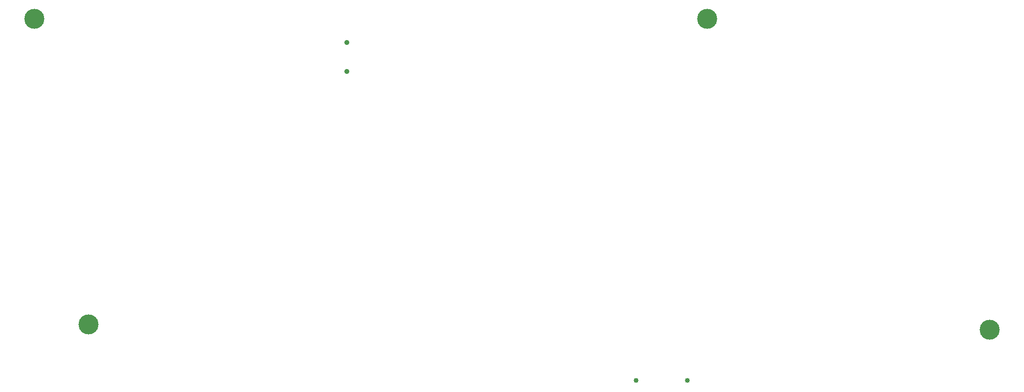
<source format=gbr>
%TF.GenerationSoftware,KiCad,Pcbnew,8.0.0*%
%TF.CreationDate,2024-03-12T18:45:23+01:00*%
%TF.ProjectId,FT24-AMS_Slave-v5,46543234-2d41-44d5-935f-536c6176652d,rev?*%
%TF.SameCoordinates,PX2faf080PY47868c0*%
%TF.FileFunction,NonPlated,1,4,NPTH,Drill*%
%TF.FilePolarity,Positive*%
%FSLAX46Y46*%
G04 Gerber Fmt 4.6, Leading zero omitted, Abs format (unit mm)*
G04 Created by KiCad (PCBNEW 8.0.0) date 2024-03-12 18:45:23*
%MOMM*%
%LPD*%
G01*
G04 APERTURE LIST*
%TA.AperFunction,ComponentDrill*%
%ADD10C,0.850000*%
%TD*%
%TA.AperFunction,ComponentDrill*%
%ADD11C,0.900000*%
%TD*%
%TA.AperFunction,ComponentDrill*%
%ADD12C,3.500000*%
%TD*%
G04 APERTURE END LIST*
D10*
%TO.C,J5*%
X159800000Y-67650000D03*
X168800000Y-67650000D03*
D11*
%TO.C,PS1*%
X109200000Y-8380000D03*
X109200000Y-13460000D03*
D12*
%TO.C,REF\u002A\u002A*%
X54495945Y-4300000D03*
X64009909Y-57900000D03*
X172227041Y-4300000D03*
X221701799Y-58800000D03*
M02*

</source>
